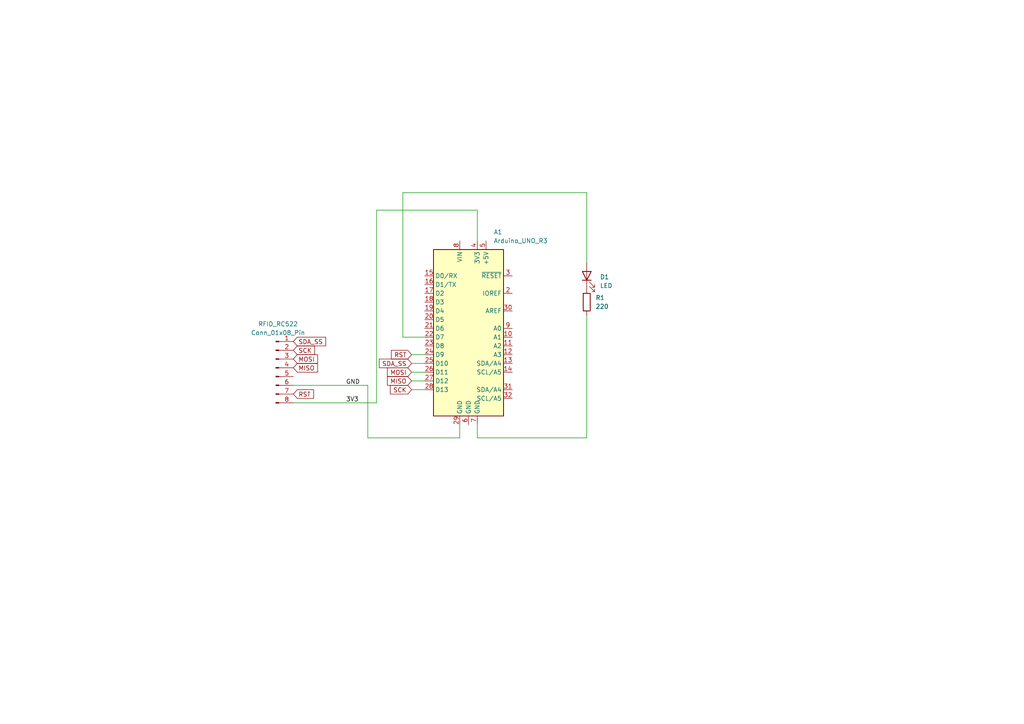
<source format=kicad_sch>
(kicad_sch (version 20231120) (generator "eeschema") (generator_version "8.0")
  (paper "A4")
  (lib_symbols
    (symbol "Connector:Conn_01x08_Pin" (pin_names (offset 1.016) hide)
      (property "Reference" "J" (at 0 10.16 0))
      (property "Value" "Conn_01x08_Pin" (at 0 -12.7 0))
      (symbol "Conn_01x08_Pin_1_1"
        (polyline (pts (xy 1.27 -10.16) (xy 0.8636 -10.16)) (stroke (width 0.1524)))
        (polyline (pts (xy 1.27 -7.62) (xy 0.8636 -7.62)) (stroke (width 0.1524)))
        (polyline (pts (xy 1.27 -5.08) (xy 0.8636 -5.08)) (stroke (width 0.1524)))
        (polyline (pts (xy 1.27 -2.54) (xy 0.8636 -2.54)) (stroke (width 0.1524)))
        (polyline (pts (xy 1.27 0) (xy 0.8636 0)) (stroke (width 0.1524)))
        (polyline (pts (xy 1.27 2.54) (xy 0.8636 2.54)) (stroke (width 0.1524)))
        (polyline (pts (xy 1.27 5.08) (xy 0.8636 5.08)) (stroke (width 0.1524)))
        (polyline (pts (xy 1.27 7.62) (xy 0.8636 7.62)) (stroke (width 0.1524)))
        (rectangle (start 0.8636 -10.033) (end 0 -10.287) (stroke (width 0.1524)) (fill (type outline)))
        (rectangle (start 0.8636 -7.493) (end 0 -7.747) (stroke (width 0.1524)) (fill (type outline)))
        (rectangle (start 0.8636 -4.953) (end 0 -5.207) (stroke (width 0.1524)) (fill (type outline)))
        (rectangle (start 0.8636 -2.413) (end 0 -2.667) (stroke (width 0.1524)) (fill (type outline)))
        (rectangle (start 0.8636 0.127) (end 0 -0.127) (stroke (width 0.1524)) (fill (type outline)))
        (rectangle (start 0.8636 2.667) (end 0 2.413) (stroke (width 0.1524)) (fill (type outline)))
        (rectangle (start 0.8636 5.207) (end 0 4.953) (stroke (width 0.1524)) (fill (type outline)))
        (rectangle (start 0.8636 7.747) (end 0 7.493) (stroke (width 0.1524)) (fill (type outline)))
        (pin passive line (at 5.08 7.62 180) (length 3.81) (name "Pin_1") (number "1"))
        (pin passive line (at 5.08 5.08 180) (length 3.81) (name "Pin_2") (number "2"))
        (pin passive line (at 5.08 2.54 180) (length 3.81) (name "Pin_3") (number "3"))
        (pin passive line (at 5.08 0 180) (length 3.81) (name "Pin_4") (number "4"))
        (pin passive line (at 5.08 -2.54 180) (length 3.81) (name "Pin_5") (number "5"))
        (pin passive line (at 5.08 -5.08 180) (length 3.81) (name "Pin_6") (number "6"))
        (pin passive line (at 5.08 -7.62 180) (length 3.81) (name "Pin_7") (number "7"))
        (pin passive line (at 5.08 -10.16 180) (length 3.81) (name "Pin_8") (number "8"))
      )
    )
    (symbol "Device:LED" (pin_numbers hide) (pin_names (offset 1.016) hide)
      (property "Reference" "D" (at 0 2.54 0))
      (property "Value" "LED" (at 0 -2.54 0))
      (symbol "LED_0_1"
        (polyline (pts (xy -1.27 -1.27) (xy -1.27 1.27)) (stroke (width 0.254)))
        (polyline (pts (xy -1.27 0) (xy 1.27 0)))
        (polyline (pts (xy 1.27 -1.27) (xy 1.27 1.27) (xy -1.27 0) (xy 1.27 -1.27)) (stroke (width 0.254)))
        (polyline (pts (xy -3.048 -0.762) (xy -4.572 -2.286) (xy -3.81 -2.286) (xy -4.572 -2.286) (xy -4.572 -1.524)))
        (polyline (pts (xy -1.778 -0.762) (xy -3.302 -2.286) (xy -2.54 -2.286) (xy -3.302 -2.286) (xy -3.302 -1.524)))
      )
      (symbol "LED_1_1"
        (pin passive line (at -3.81 0 0) (length 2.54) (name "K") (number "1"))
        (pin passive line (at 3.81 0 180) (length 2.54) (name "A") (number "2"))
      )
    )
    (symbol "Device:R" (pin_numbers hide) (pin_names (offset 0))
      (property "Reference" "R" (at 2.032 0 90))
      (property "Value" "R" (at 0 0 90))
      (symbol "R_0_1"
        (rectangle (start -1.016 -2.54) (end 1.016 2.54) (stroke (width 0.254)))
      )
      (symbol "R_1_1"
        (pin passive line (at 0 3.81 270) (length 1.27) (name "~") (number "1"))
        (pin passive line (at 0 -3.81 90) (length 1.27) (name "~") (number "2"))
      )
    )
    (symbol "MCU_Module:Arduino_UNO_R3"
      (property "Reference" "A" (at -10.16 23.495 0))
      (property "Value" "Arduino_UNO_R3" (at 5.08 -26.67 0))
      (symbol "Arduino_UNO_R3_0_1"
        (rectangle (start -10.16 22.86) (end 10.16 -25.4) (stroke (width 0.254)) (fill (type background)))
      )
      (symbol "Arduino_UNO_R3_1_1"
        (pin no_connect line (at -10.16 -20.32 0) (length 2.54) hide (name "NC") (number "1"))
        (pin bidirectional line (at 12.7 -2.54 180) (length 2.54) (name "A1") (number "10"))
        (pin bidirectional line (at 12.7 -5.08 180) (length 2.54) (name "A2") (number "11"))
        (pin bidirectional line (at 12.7 -7.62 180) (length 2.54) (name "A3") (number "12"))
        (pin bidirectional line (at 12.7 -10.16 180) (length 2.54) (name "SDA/A4") (number "13"))
        (pin bidirectional line (at 12.7 -12.7 180) (length 2.54) (name "SCL/A5") (number "14"))
        (pin bidirectional line (at -12.7 15.24 0) (length 2.54) (name "D0/RX") (number "15"))
        (pin bidirectional line (at -12.7 12.7 0) (length 2.54) (name "D1/TX") (number "16"))
        (pin bidirectional line (at -12.7 10.16 0) (length 2.54) (name "D2") (number "17"))
        (pin bidirectional line (at -12.7 7.62 0) (length 2.54) (name "D3") (number "18"))
        (pin bidirectional line (at -12.7 5.08 0) (length 2.54) (name "D4") (number "19"))
        (pin output line (at 12.7 10.16 180) (length 2.54) (name "IOREF") (number "2"))
        (pin bidirectional line (at -12.7 2.54 0) (length 2.54) (name "D5") (number "20"))
        (pin bidirectional line (at -12.7 0 0) (length 2.54) (name "D6") (number "21"))
        (pin bidirectional line (at -12.7 -2.54 0) (length 2.54) (name "D7") (number "22"))
        (pin bidirectional line (at -12.7 -5.08 0) (length 2.54) (name "D8") (number "23"))
        (pin bidirectional line (at -12.7 -7.62 0) (length 2.54) (name "D9") (number "24"))
        (pin bidirectional line (at -12.7 -10.16 0) (length 2.54) (name "D10") (number "25"))
        (pin bidirectional line (at -12.7 -12.7 0) (length 2.54) (name "D11") (number "26"))
        (pin bidirectional line (at -12.7 -15.24 0) (length 2.54) (name "D12") (number "27"))
        (pin bidirectional line (at -12.7 -17.78 0) (length 2.54) (name "D13") (number "28"))
        (pin power_in line (at -2.54 -27.94 90) (length 2.54) (name "GND") (number "29"))
        (pin input line (at 12.7 15.24 180) (length 2.54) (name "~{RESET}") (number "3"))
        (pin input line (at 12.7 5.08 180) (length 2.54) (name "AREF") (number "30"))
        (pin bidirectional line (at 12.7 -17.78 180) (length 2.54) (name "SDA/A4") (number "31"))
        (pin bidirectional line (at 12.7 -20.32 180) (length 2.54) (name "SCL/A5") (number "32"))
        (pin power_out line (at 2.54 25.4 270) (length 2.54) (name "3V3") (number "4"))
        (pin power_out line (at 5.08 25.4 270) (length 2.54) (name "+5V") (number "5"))
        (pin power_in line (at 0 -27.94 90) (length 2.54) (name "GND") (number "6"))
        (pin power_in line (at 2.54 -27.94 90) (length 2.54) (name "GND") (number "7"))
        (pin power_in line (at -2.54 25.4 270) (length 2.54) (name "VIN") (number "8"))
        (pin bidirectional line (at 12.7 0 180) (length 2.54) (name "A0") (number "9"))
      )
    )
  )
  (wire (pts (xy 106.68 111.76) (xy 106.68 127)))
  (wire (pts (xy 138.43 127) (xy 138.43 123.19)))
  (wire (pts (xy 85.09 111.76) (xy 106.68 111.76)))
  (wire (pts (xy 119.38 102.87) (xy 123.19 102.87)))
  (wire (pts (xy 170.18 127) (xy 138.43 127)))
  (wire (pts (xy 119.38 107.95) (xy 123.19 107.95)))
  (wire (pts (xy 109.22 116.84) (xy 109.22 60.96)))
  (wire (pts (xy 116.84 55.88) (xy 170.18 55.88)))
  (wire (pts (xy 119.38 113.03) (xy 123.19 113.03)))
  (wire (pts (xy 119.38 110.49) (xy 123.19 110.49)))
  (wire (pts (xy 106.68 127) (xy 133.35 127)))
  (wire (pts (xy 170.18 55.88) (xy 170.18 76.2)))
  (wire (pts (xy 138.43 60.96) (xy 138.43 69.85)))
  (wire (pts (xy 116.84 97.79) (xy 116.84 55.88)))
  (wire (pts (xy 123.19 97.79) (xy 116.84 97.79)))
  (wire (pts (xy 133.35 127) (xy 133.35 123.19)))
  (wire (pts (xy 109.22 60.96) (xy 138.43 60.96)))
  (wire (pts (xy 119.38 105.41) (xy 123.19 105.41)))
  (wire (pts (xy 85.09 116.84) (xy 109.22 116.84)))
  (wire (pts (xy 170.18 91.44) (xy 170.18 127)))
  (label "3V3" (at 100.33 116.84 0))
  (label "GND" (at 100.33 111.76 0))
  (global_label "SCK" (shape input) (at 85.09 101.6 0) (property "Intersheetrefs" "${INTERSHEET_REFS}" (effects (hide yes))))
  (global_label "SDA_SS" (shape input) (at 119.38 105.41 180) (property "Intersheetrefs" "${INTERSHEET_REFS}" (effects (hide yes))))
  (global_label "MISO" (shape input) (at 119.38 110.49 180) (property "Intersheetrefs" "${INTERSHEET_REFS}" (effects (hide yes))))
  (global_label "MOSI" (shape input) (at 119.38 107.95 180) (property "Intersheetrefs" "${INTERSHEET_REFS}" (effects (hide yes))))
  (global_label "MISO" (shape input) (at 85.09 106.68 0) (property "Intersheetrefs" "${INTERSHEET_REFS}" (effects (hide yes))))
  (global_label "MOSI" (shape input) (at 85.09 104.14 0) (property "Intersheetrefs" "${INTERSHEET_REFS}" (effects (hide yes))))
  (global_label "SDA_SS" (shape input) (at 85.09 99.06 0) (property "Intersheetrefs" "${INTERSHEET_REFS}" (effects (hide yes))))
  (global_label "SCK" (shape input) (at 119.38 113.03 180) (property "Intersheetrefs" "${INTERSHEET_REFS}" (effects (hide yes))))
  (global_label "RST" (shape input) (at 85.09 114.3 0) (property "Intersheetrefs" "${INTERSHEET_REFS}" (effects (hide yes))))
  (global_label "RST" (shape input) (at 119.38 102.87 180) (property "Intersheetrefs" "${INTERSHEET_REFS}" (effects (hide yes))))
  (symbol (lib_id "MCU_Module:Arduino_UNO_R3") (at 135.89 95.25 0) (unit 1)
    (property "Reference" "A1" (at 143.1641 67.31 0) (effects (justify left)))
    (property "Value" "Arduino_UNO_R3" (at 143.1641 69.85 0) (effects (justify left)))
    (property "Footprint" "Module:Arduino_UNO_R3" (effects (hide yes)))
    (property "Datasheet" "https://www.arduino.cc/en/Main/arduinoBoardUno" (effects (hide yes)))
    (property "Description" "Arduino UNO Microcontroller Module, release 3" (effects (hide yes)))
  )
  (symbol (lib_id "Device:LED") (at 170.18 80.01 90) (unit 1)
    (property "Reference" "D1" (at 173.99 80.3274 90) (effects (justify right)))
    (property "Value" "LED" (at 173.99 82.8674 90) (effects (justify right)))
    (property "Footprint" "LED_THT:LED_D3.0mm_Horizontal_O3.81mm_Z2.0mm" (effects (hide yes)))
    (property "Description" "Light emitting diode" (effects (hide yes)))
  )
  (symbol (lib_id "Device:R") (at 170.18 87.63 0) (unit 1)
    (property "Reference" "R1" (at 172.72 86.3599 0) (effects (justify left)))
    (property "Value" "220" (at 172.72 88.8999 0) (effects (justify left)))
    (property "Footprint" "Resistor_THT:R_Axial_DIN0614_L14.3mm_D5.7mm_P25.40mm_Horizontal" (effects (hide yes)))
    (property "Description" "Resistor" (effects (hide yes)))
  )
  (symbol (lib_id "Connector:Conn_01x08_Pin") (at 80.01 106.68 0) (unit 1)
    (property "Reference" "RFID_RC522" (at 80.645 93.98 0))
    (property "Value" "Conn_01x08_Pin" (at 80.645 96.52 0))
    (property "Footprint" "Connector_PinHeader_2.54mm:PinHeader_1x08_P2.54mm_Horizontal" (effects (hide yes)))
    (property "Description" "Generic connector, single row, 01x08, script generated" (effects (hide yes)))
  )
)
</source>
